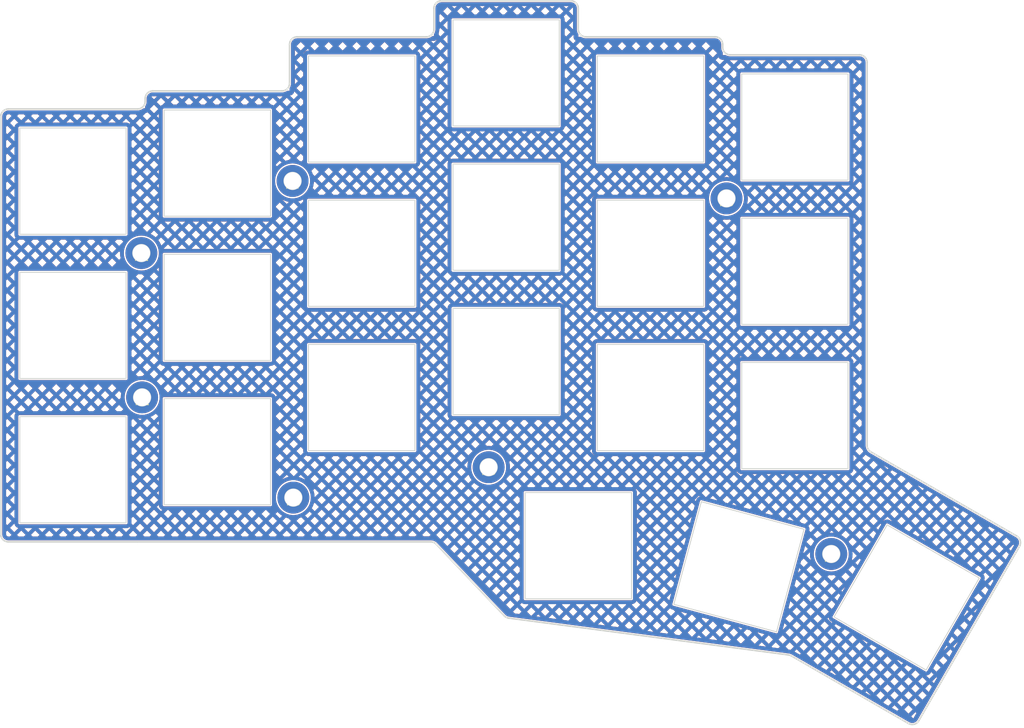
<source format=kicad_pcb>
(kicad_pcb (version 20211014) (generator pcbnew)
  (layers (0 "F.Cu" signal) (31 "B.Cu" signal) (34 "B.Paste" user) (35 "F.Paste" user) (36 "B.SilkS" user "B.Silkscreen") (37 "F.SilkS" user "F.Silkscreen") (38 "B.Mask" user) (39 "F.Mask" user) (44 "Edge.Cuts" user))
  (net 0 "")
  (footprint "kbd:SW_Hole" (layer "F.Cu") (at 42.721463 76.099368)
    (fp_text reference "K18" hide)
    (fp_text value "KEYSW" hide)
    (fp_line (start 7 7) (end 7 -7) (layer "Edge.Cuts") (width 0.12))
    (fp_line (start 7 -7) (end -7 -7) (layer "Edge.Cuts") (width 0.12))
    (fp_line (start -7 -7) (end -7 7) (layer "Edge.Cuts") (width 0.12))
    (fp_line (start -7 7) (end 7 7) (layer "Edge.Cuts") (width 0.12))
  )
  (footprint "kbd:SW_Hole" (layer "F.Cu") (at 118.721463 47.599367)
    (fp_text reference "K21" hide)
    (fp_text value "KEYSW" hide)
    (fp_line (start -7 7) (end 7 7) (layer "Edge.Cuts") (width 0.12))
    (fp_line (start 7 -7) (end -7 -7) (layer "Edge.Cuts") (width 0.12))
    (fp_line (start -7 -7) (end -7 7) (layer "Edge.Cuts") (width 0.12))
    (fp_line (start 7 7) (end 7 -7) (layer "Edge.Cuts") (width 0.12))
  )
  (footprint "kbd:SW_Hole" (layer "F.Cu") (at 42.721463 57.099368)
    (fp_text reference "K14" hide)
    (fp_text value "KEYSW" hide)
    (fp_line (start 7 7) (end 7 -7) (layer "Edge.Cuts") (width 0.12))
    (fp_line (start -7 -7) (end -7 7) (layer "Edge.Cuts") (width 0.12))
    (fp_line (start -7 7) (end 7 7) (layer "Edge.Cuts") (width 0.12))
    (fp_line (start 7 -7) (end -7 -7) (layer "Edge.Cuts") (width 0.12))
  )
  (footprint "kbd:SW_Hole" (layer "F.Cu") (at 61.721463 35.724368)
    (fp_text reference "K13" hide)
    (fp_text value "KEYSW" hide)
    (fp_line (start -7 -7) (end -7 7) (layer "Edge.Cuts") (width 0.12))
    (fp_line (start 7 7) (end 7 -7) (layer "Edge.Cuts") (width 0.12))
    (fp_line (start 7 -7) (end -7 -7) (layer "Edge.Cuts") (width 0.12))
    (fp_line (start -7 7) (end 7 7) (layer "Edge.Cuts") (width 0.12))
  )
  (footprint "kbd:SW_Hole" (layer "F.Cu") (at 152.426296 92.925796 60)
    (fp_text reference "K22" hide)
    (fp_text value "KEYSW" hide)
    (fp_line (start -7 7) (end 7 7) (layer "Edge.Cuts") (width 0.12))
    (fp_line (start -7 -7) (end -7 7) (layer "Edge.Cuts") (width 0.12))
    (fp_line (start 7 7) (end 7 -7) (layer "Edge.Cuts") (width 0.12))
    (fp_line (start 7 -7) (end -7 -7) (layer "Edge.Cuts") (width 0.12))
  )
  (footprint "kbd:M2_Hole_TH_mod" (layer "F.Cu") (at 128.721463 40.374367)
    (fp_text reference "H8" (at 0 0.5) (layer "F.SilkS"))
    (fp_text value "MountingHole")
    (fp_circle (center 0 0) (end 1.15 0) (layer "Edge.Cuts") (width 0.1) (fill none))
    (pad "" thru_hole circle (at 0 0) (size 4.2 4.2) (drill 2.3) (layers *.Cu *.Mask))
  )
  (footprint "kbd:SW_Hole" (layer "F.Cu") (at 80.721463 66.599368)
    (fp_text reference "K9" hide)
    (fp_text value "KEYSW" hide)
    (fp_line (start -7 7) (end 7 7) (layer "Edge.Cuts") (width 0.12))
    (fp_line (start 7 7) (end 7 -7) (layer "Edge.Cuts") (width 0.12))
    (fp_line (start 7 -7) (end -7 -7) (layer "Edge.Cuts") (width 0.12))
    (fp_line (start -7 -7) (end -7 7) (layer "Edge.Cuts") (width 0.12))
  )
  (footprint "kbd:M2_Hole_TH_mod" (layer "F.Cu") (at 71.621463 38.074367)
    (fp_text reference "H4" (at 0 0.5) (layer "F.SilkS"))
    (fp_text value "MountingHole")
    (fp_circle (center 0 0) (end 1.15 0) (layer "Edge.Cuts") (width 0.1) (fill none))
    (pad "" thru_hole circle (at 0 0) (size 4.2 4.2) (drill 2.3) (layers *.Cu *.Mask))
  )
  (footprint "kbd:SW_Hole" (layer "F.Cu") (at 130.35654 88.881582 -15)
    (fp_text reference "K1" hide)
    (fp_text value "KEYSW" hide)
    (fp_line (start 7 7) (end 7 -7) (layer "Edge.Cuts") (width 0.12))
    (fp_line (start 7 -7) (end -7 -7) (layer "Edge.Cuts") (width 0.12))
    (fp_line (start -7 7) (end 7 7) (layer "Edge.Cuts") (width 0.12))
    (fp_line (start -7 -7) (end -7 7) (layer "Edge.Cuts") (width 0.12))
  )
  (footprint "kbd:SW_Hole" (layer "F.Cu") (at 99.721463 23.849368)
    (fp_text reference "K11" hide)
    (fp_text value "KEYSW" hide)
    (fp_line (start -7 7) (end 7 7) (layer "Edge.Cuts") (width 0.12))
    (fp_line (start 7 -7) (end -7 -7) (layer "Edge.Cuts") (width 0.12))
    (fp_line (start -7 -7) (end -7 7) (layer "Edge.Cuts") (width 0.12))
    (fp_line (start 7 7) (end 7 -7) (layer "Edge.Cuts") (width 0.12))
  )
  (footprint "kbd:M2_Hole_TH_mod" (layer "F.Cu") (at 51.821463 66.574367)
    (fp_text reference "H2" (at 0 0.5) (layer "F.SilkS"))
    (fp_text value "MountingHole")
    (fp_circle (center 0 0) (end 1.15 0) (layer "Edge.Cuts") (width 0.1) (fill none))
    (pad "" thru_hole circle (at 0 0) (size 4.2 4.2) (drill 2.3) (layers *.Cu *.Mask))
  )
  (footprint "kbd:SW_Hole" (layer "F.Cu") (at 42.721463 38.099368)
    (fp_text reference "K7" hide)
    (fp_text value "KEYSW" hide)
    (fp_line (start -7 7) (end 7 7) (layer "Edge.Cuts") (width 0.12))
    (fp_line (start -7 -7) (end -7 7) (layer "Edge.Cuts") (width 0.12))
    (fp_line (start 7 -7) (end -7 -7) (layer "Edge.Cuts") (width 0.12))
    (fp_line (start 7 7) (end 7 -7) (layer "Edge.Cuts") (width 0.12))
  )
  (footprint "kbd:SW_Hole" (layer "F.Cu") (at 118.721463 66.599367)
    (fp_text reference "K12" hide)
    (fp_text value "KEYSW" hide)
    (fp_line (start -7 7) (end 7 7) (layer "Edge.Cuts") (width 0.12))
    (fp_line (start 7 -7) (end -7 -7) (layer "Edge.Cuts") (width 0.12))
    (fp_line (start 7 7) (end 7 -7) (layer "Edge.Cuts") (width 0.12))
    (fp_line (start -7 -7) (end -7 7) (layer "Edge.Cuts") (width 0.12))
  )
  (footprint "kbd:M2_Hole_TH_mod" (layer "F.Cu") (at 51.721463 47.574367)
    (fp_text reference "H1" (at 0 0.5) (layer "F.SilkS"))
    (fp_text value "MountingHole")
    (fp_circle (center 0 0) (end 1.15 0) (layer "Edge.Cuts") (width 0.1) (fill none))
    (pad "" thru_hole circle (at 0 0) (size 4.2 4.2) (drill 2.3) (layers *.Cu *.Mask))
  )
  (footprint "kbd:SW_Hole" (layer "F.Cu") (at 118.721463 28.599367)
    (fp_text reference "K16" hide)
    (fp_text value "KEYSW" hide)
    (fp_line (start -7 -7) (end -7 7) (layer "Edge.Cuts") (width 0.12))
    (fp_line (start -7 7) (end 7 7) (layer "Edge.Cuts") (width 0.12))
    (fp_line (start 7 -7) (end -7 -7) (layer "Edge.Cuts") (width 0.12))
    (fp_line (start 7 7) (end 7 -7) (layer "Edge.Cuts") (width 0.12))
  )
  (footprint "kbd:SW_Hole" (layer "F.Cu") (at 80.721463 47.599368)
    (fp_text reference "K6" hide)
    (fp_text value "KEYSW" hide)
    (fp_line (start -7 -7) (end -7 7) (layer "Edge.Cuts") (width 0.12))
    (fp_line (start 7 -7) (end -7 -7) (layer "Edge.Cuts") (width 0.12))
    (fp_line (start -7 7) (end 7 7) (layer "Edge.Cuts") (width 0.12))
    (fp_line (start 7 7) (end 7 -7) (layer "Edge.Cuts") (width 0.12))
  )
  (footprint "kbd:M2_Hole_TH_mod" (layer "F.Cu") (at 97.421463 75.774367)
    (fp_text reference "H6" (at 0 0.5) (layer "F.SilkS"))
    (fp_text value "MountingHole")
    (fp_circle (center 0 0) (end 1.15 0) (layer "Edge.Cuts") (width 0.1) (fill none))
    (pad "" thru_hole circle (at 0 0) (size 4.2 4.2) (drill 2.3) (layers *.Cu *.Mask))
  )
  (footprint "kbd:SW_Hole" (layer "F.Cu") (at 109.221463 86.099097)
    (fp_text reference "K5" hide)
    (fp_text value "KEYSW" hide)
    (fp_line (start 7 -7) (end -7 -7) (layer "Edge.Cuts") (width 0.12))
    (fp_line (start 7 7) (end 7 -7) (layer "Edge.Cuts") (width 0.12))
    (fp_line (start -7 7) (end 7 7) (layer "Edge.Cuts") (width 0.12))
    (fp_line (start -7 -7) (end -7 7) (layer "Edge.Cuts") (width 0.12))
  )
  (footprint "kbd:SW_Hole" (layer "F.Cu") (at 137.721463 49.974367)
    (fp_text reference "K3" hide)
    (fp_text value "KEYSW" hide)
    (fp_line (start -7 -7) (end -7 7) (layer "Edge.Cuts") (width 0.12))
    (fp_line (start 7 -7) (end -7 -7) (layer "Edge.Cuts") (width 0.12))
    (fp_line (start -7 7) (end 7 7) (layer "Edge.Cuts") (width 0.12))
    (fp_line (start 7 7) (end 7 -7) (layer "Edge.Cuts") (width 0.12))
  )
  (footprint "kbd:SW_Hole" (layer "F.Cu") (at 99.721463 42.849368)
    (fp_text reference "K19" hide)
    (fp_text value "KEYSW" hide)
    (fp_line (start -7 7) (end 7 7) (layer "Edge.Cuts") (width 0.12))
    (fp_line (start 7 -7) (end -7 -7) (layer "Edge.Cuts") (width 0.12))
    (fp_line (start -7 -7) (end -7 7) (layer "Edge.Cuts") (width 0.12))
    (fp_line (start 7 7) (end 7 -7) (layer "Edge.Cuts") (width 0.12))
  )
  (footprint "kbd:SW_Hole" (layer "F.Cu") (at 61.721463 73.724368)
    (fp_text reference "K8" hide)
    (fp_text value "KEYSW" hide)
    (fp_line (start -7 7) (end 7 7) (layer "Edge.Cuts") (width 0.12))
    (fp_line (start 7 -7) (end -7 -7) (layer "Edge.Cuts") (width 0.12))
    (fp_line (start 7 7) (end 7 -7) (layer "Edge.Cuts") (width 0.12))
    (fp_line (start -7 -7) (end -7 7) (layer "Edge.Cuts") (width 0.12))
  )
  (footprint "kbd:M2_Hole_TH_mod" (layer "F.Cu") (at 71.721463 79.774367)
    (fp_text reference "H5" (at 0 0.5) (layer "F.SilkS"))
    (fp_text value "MountingHole")
    (fp_circle (center 0 0) (end 1.15 0) (layer "Edge.Cuts") (width 0.1) (fill none))
    (pad "" thru_hole circle (at 0 0) (size 4.2 4.2) (drill 2.3) (layers *.Cu *.Mask))
  )
  (footprint "kbd:SW_Hole" (layer "F.Cu") (at 137.721463 30.974367)
    (fp_text reference "K4" hide)
    (fp_text value "KEYSW" hide)
    (fp_line (start -7 7) (end 7 7) (layer "Edge.Cuts") (width 0.12))
    (fp_line (start 7 -7) (end -7 -7) (layer "Edge.Cuts") (width 0.12))
    (fp_line (start -7 -7) (end -7 7) (layer "Edge.Cuts") (width 0.12))
    (fp_line (start 7 7) (end 7 -7) (layer "Edge.Cuts") (width 0.12))
  )
  (footprint "kbd:SW_Hole" (layer "F.Cu") (at 137.721463 68.974367)
    (fp_text reference "K2" hide)
    (fp_text value "KEYSW" hide)
    (fp_line (start 7 7) (end 7 -7) (layer "Edge.Cuts") (width 0.12))
    (fp_line (start -7 -7) (end -7 7) (layer "Edge.Cuts") (width 0.12))
    (fp_line (start -7 7) (end 7 7) (layer "Edge.Cuts") (width 0.12))
    (fp_line (start 7 -7) (end -7 -7) (layer "Edge.Cuts") (width 0.12))
  )
  (footprint "kbd:SW_Hole" (layer "F.Cu") (at 99.721463 61.849368)
    (fp_text reference "K15" hide)
    (fp_text value "KEYSW" hide)
    (fp_line (start -7 -7) (end -7 7) (layer "Edge.Cuts") (width 0.12))
    (fp_line (start -7 7) (end 7 7) (layer "Edge.Cuts") (width 0.12))
    (fp_line (start 7 -7) (end -7 -7) (layer "Edge.Cuts") (width 0.12))
    (fp_line (start 7 7) (end 7 -7) (layer "Edge.Cuts") (width 0.12))
  )
  (footprint "kbd:M2_Hole_TH_mod" (layer "F.Cu") (at 142.507505 87.19918)
    (fp_text reference "H9" (at 0 0.5) (layer "F.SilkS"))
    (fp_text value "MountingHole")
    (fp_circle (center 0 0) (end 1.15 0) (layer "Edge.Cuts") (width 0.1) (fill none))
    (pad "" thru_hole circle (at 0 0) (size 4.2 4.2) (drill 2.3) (layers *.Cu *.Mask))
  )
  (footprint "kbd:SW_Hole" (layer "F.Cu") (at 61.721463 54.724368)
    (fp_text reference "K17" hide)
    (fp_text value "KEYSW" hide)
    (fp_line (start 7 7) (end 7 -7) (layer "Edge.Cuts") (width 0.12))
    (fp_line (start 7 -7) (end -7 -7) (layer "Edge.Cuts") (width 0.12))
    (fp_line (start -7 -7) (end -7 7) (layer "Edge.Cuts") (width 0.12))
    (fp_line (start -7 7) (end 7 7) (layer "Edge.Cuts") (width 0.12))
  )
  (footprint "kbd:SW_Hole" (layer "F.Cu") (at 80.721463 28.599368)
    (fp_text reference "K20" hide)
    (fp_text value "KEYSW" hide)
    (fp_line (start -7 7) (end 7 7) (layer "Edge.Cuts") (width 0.12))
    (fp_line (start 7 -7) (end -7 -7) (layer "Edge.Cuts") (width 0.12))
    (fp_line (start -7 -7) (end -7 7) (layer "Edge.Cuts") (width 0.12))
    (fp_line (start 7 7) (end 7 -7) (layer "Edge.Cuts") (width 0.12))
  )
  (gr_arc (start 89.796623 85.599367) (mid 90.187009 85.679623) (end 90.514076 85.907372) (layer "Edge.Cuts") (width 0.2))
  (gr_arc (start 166.912511 84.834934) (mid 167.378437 85.442141) (end 167.278537 86.20096) (layer "Edge.Cuts") (width 0.2))
  (gr_arc (start 90.221463 18.099368) (mid 89.92857 18.806475) (end 89.221463 19.099368) (layer "Edge.Cuts") (width 0.2))
  (gr_line (start 52.221463 27.599368) (end 52.221463 27.224367) (layer "Edge.Cuts") (width 0.2))
  (gr_line (start 99.480311 95.345258) (end 90.514076 85.907372) (layer "Edge.Cuts") (width 0.2))
  (gr_line (start 147.721463 73.754978) (end 166.912511 84.834934) (layer "Edge.Cuts") (width 0.2))
  (gr_line (start 147.221463 22.474368) (end 147.221463 72.888952) (layer "Edge.Cuts") (width 0.2))
  (gr_arc (start 71.221463 25.224368) (mid 70.92857 25.931475) (end 70.221463 26.224368) (layer "Edge.Cuts") (width 0.2))
  (gr_line (start 71.221463 25.224368) (end 71.221463 20.099368) (layer "Edge.Cuts") (width 0.2))
  (gr_arc (start 146.221463 21.474368) (mid 146.92857 21.767261) (end 147.221463 22.474368) (layer "Edge.Cuts") (width 0.2))
  (gr_arc (start 108.221463 14.349368) (mid 108.92857 14.642261) (end 109.221463 15.349368) (layer "Edge.Cuts") (width 0.2))
  (gr_line (start 110.221463 19.099367) (end 127.221463 19.099367) (layer "Edge.Cuts") (width 0.2))
  (gr_line (start 89.796623 85.599366) (end 51.221463 85.599366) (layer "Edge.Cuts") (width 0.2))
  (gr_line (start 152.662511 109.516658) (end 137.244527 100.615081) (layer "Edge.Cuts") (width 0.2))
  (gr_arc (start 110.221462 19.099368) (mid 109.514356 18.806474) (end 109.221463 18.099367) (layer "Edge.Cuts") (width 0.2))
  (gr_line (start 33.221463 84.609762) (end 33.221463 41.849368) (layer "Edge.Cuts") (width 0.2))
  (gr_arc (start 34.211068 85.599367) (mid 33.511312 85.309518) (end 33.221463 84.609762) (layer "Edge.Cuts") (width 0.2))
  (gr_line (start 51.221463 85.599366) (end 34.211068 85.599366) (layer "Edge.Cuts") (width 0.2))
  (gr_arc (start 52.221463 27.224368) (mid 52.514356 26.517261) (end 53.221463 26.224368) (layer "Edge.Cuts") (width 0.2))
  (gr_line (start 53.221463 26.224368) (end 70.221463 26.224368) (layer "Edge.Cuts") (width 0.2))
  (gr_arc (start 129.221463 21.474367) (mid 128.514356 21.181474) (end 128.221463 20.474367) (layer "Edge.Cuts") (width 0.2))
  (gr_arc (start 52.221466 27.599371) (mid 51.928571 28.306477) (end 51.221463 28.599368) (layer "Edge.Cuts") (width 0.2))
  (gr_arc (start 90.221463 15.349368) (mid 90.514356 14.642261) (end 91.221463 14.349368) (layer "Edge.Cuts") (width 0.2))
  (gr_arc (start 127.221463 19.099367) (mid 127.92857 19.39226) (end 128.221463 20.099367) (layer "Edge.Cuts") (width 0.2))
  (gr_arc (start 100.068595 95.644797) (mid 99.748739 95.545528) (end 99.480311 95.345258) (layer "Edge.Cuts") (width 0.2))
  (gr_line (start 136.878894 100.490965) (end 100.068595 95.644797) (layer "Edge.Cuts") (width 0.2))
  (gr_line (start 33.221463 41.849368) (end 33.221464 29.599368) (layer "Edge.Cuts") (width 0.2))
  (gr_line (start 109.221463 15.349368) (end 109.221463 18.099367) (layer "Edge.Cuts") (width 0.2))
  (gr_line (start 128.221463 20.099367) (end 128.221463 20.474367) (layer "Edge.Cuts") (width 0.2))
  (gr_arc (start 33.221464 29.599368) (mid 33.514357 28.892261) (end 34.221464 28.599368) (layer "Edge.Cuts") (width 0.2))
  (gr_line (start 129.221463 21.474367) (end 146.221463 21.474368) (layer "Edge.Cuts") (width 0.2))
  (gr_line (start 167.278537 86.20096) (end 154.028537 109.150633) (layer "Edge.Cuts") (width 0.2))
  (gr_arc (start 136.878894 100.490965) (mid 137.067823 100.535017) (end 137.244527 100.615081) (layer "Edge.Cuts") (width 0.2))
  (gr_arc (start 147.721463 73.754977) (mid 147.355438 73.388952) (end 147.221463 72.888952) (layer "Edge.Cuts") (width 0.2))
  (gr_arc (start 71.221462 20.099368) (mid 71.514356 19.392261) (end 72.221463 19.099367) (layer "Edge.Cuts") (width 0.2))
  (gr_line (start 90.221463 18.099368) (end 90.221463 15.349368) (layer "Edge.Cuts") (width 0.2))
  (gr_line (start 91.221463 14.349368) (end 108.221463 14.349368) (layer "Edge.Cuts") (width 0.2))
  (gr_line (start 72.221463 19.099367) (end 89.221463 19.099368) (layer "Edge.Cuts") (width 0.2))
  (gr_arc (start 154.028536 109.150633) (mid 153.42133 109.616559) (end 152.662511 109.516658) (layer "Edge.Cuts") (width 0.2))
  (gr_line (start 34.221464 28.599368) (end 51.221463 28.599368) (layer "Edge.Cuts") (width 0.2))
  (zone (net 0) (net_name "") (layers F&B.Cu) (priority 1) (connect_pads (clearance 0.2)) (min_thickness 0.25) (fill yes (mode hatch) (thermal_gap 0.5) (thermal_bridge_width 0.5) (hatch_thickness 0.5) (hatch_gap 0.8) (hatch_orientation 45) (hatch_border_algorithm hatch_thickness) (hatch_min_hole_area 0.3))
    (polygon (pts (xy 109.221463 19.104952) (xy 128.221463 19.104952) (xy 128.221463 21.504952) (xy 147.221463 21.504952) (xy 147.221463 23.804952) (xy 147.721464 73.349367) (xy 167.821463 85.204952) (xy 153.421463 109.904952) (xy 137.021463 100.504952) (xy 99.721463 95.504952) (xy 90.121463 85.504952) (xy 33.221463 85.604952) (xy 33.221463 28.504952) (xy 52.221463 28.504952) (xy 52.221463 26.204952) (xy 71.221463 26.204952) (xy 71.221463 19.004952) (xy 90.221463 19.004952) (xy 90.221463 14.304952) (xy 109.221463 14.304952)))
  )
)
</source>
